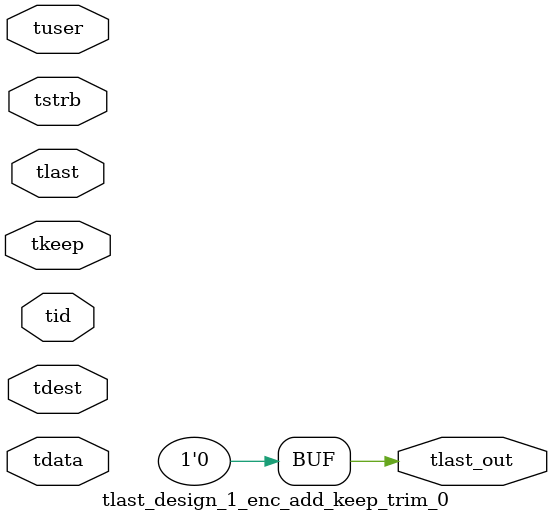
<source format=v>


`timescale 1ps/1ps

module tlast_design_1_enc_add_keep_trim_0 #
(
parameter C_S_AXIS_TID_WIDTH   = 1,
parameter C_S_AXIS_TUSER_WIDTH = 0,
parameter C_S_AXIS_TDATA_WIDTH = 0,
parameter C_S_AXIS_TDEST_WIDTH = 0
)
(
input  [(C_S_AXIS_TID_WIDTH   == 0 ? 1 : C_S_AXIS_TID_WIDTH)-1:0       ] tid,
input  [(C_S_AXIS_TDATA_WIDTH == 0 ? 1 : C_S_AXIS_TDATA_WIDTH)-1:0     ] tdata,
input  [(C_S_AXIS_TUSER_WIDTH == 0 ? 1 : C_S_AXIS_TUSER_WIDTH)-1:0     ] tuser,
input  [(C_S_AXIS_TDEST_WIDTH == 0 ? 1 : C_S_AXIS_TDEST_WIDTH)-1:0     ] tdest,
input  [(C_S_AXIS_TDATA_WIDTH/8)-1:0 ] tkeep,
input  [(C_S_AXIS_TDATA_WIDTH/8)-1:0 ] tstrb,
input  [0:0]                                                             tlast,
output                                                                   tlast_out
);

assign tlast_out = {1'b0};

endmodule


</source>
